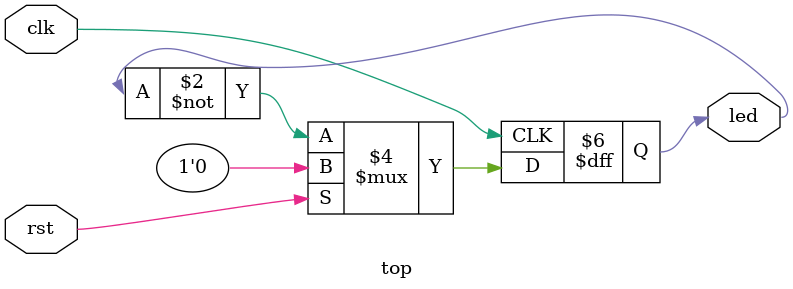
<source format=v>
module top (
    input  wire clk,
    input  wire rst,
    output reg  led
);

always @(posedge clk) begin
    if (rst)
        led <= 1'b0;
    else
        led <= ~led;
end

endmodule

</source>
